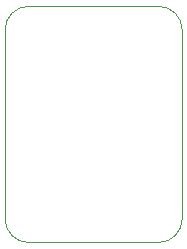
<source format=gbr>
%TF.GenerationSoftware,KiCad,Pcbnew,6.0.1-79c1e3a40b~116~ubuntu20.04.1*%
%TF.CreationDate,2022-01-22T19:05:20+01:00*%
%TF.ProjectId,sma-connector,736d612d-636f-46e6-9e65-63746f722e6b,rev?*%
%TF.SameCoordinates,Original*%
%TF.FileFunction,Profile,NP*%
%FSLAX46Y46*%
G04 Gerber Fmt 4.6, Leading zero omitted, Abs format (unit mm)*
G04 Created by KiCad (PCBNEW 6.0.1-79c1e3a40b~116~ubuntu20.04.1) date 2022-01-22 19:05:20*
%MOMM*%
%LPD*%
G01*
G04 APERTURE LIST*
%TA.AperFunction,Profile*%
%ADD10C,0.100000*%
%TD*%
G04 APERTURE END LIST*
D10*
X126500000Y-71500000D02*
X126500000Y-55500000D01*
X139500000Y-73500000D02*
X128500000Y-73500000D01*
X141500000Y-55500000D02*
X141500000Y-71500000D01*
X128500000Y-53500000D02*
X139500000Y-53500000D01*
X128500000Y-53500000D02*
G75*
G03*
X126500000Y-55500000I0J-2000000D01*
G01*
X126500000Y-71500000D02*
G75*
G03*
X128500000Y-73500000I2000000J0D01*
G01*
X139500000Y-73500000D02*
G75*
G03*
X141500000Y-71500000I0J2000000D01*
G01*
X141500000Y-55500000D02*
G75*
G03*
X139500000Y-53500000I-2000000J0D01*
G01*
M02*

</source>
